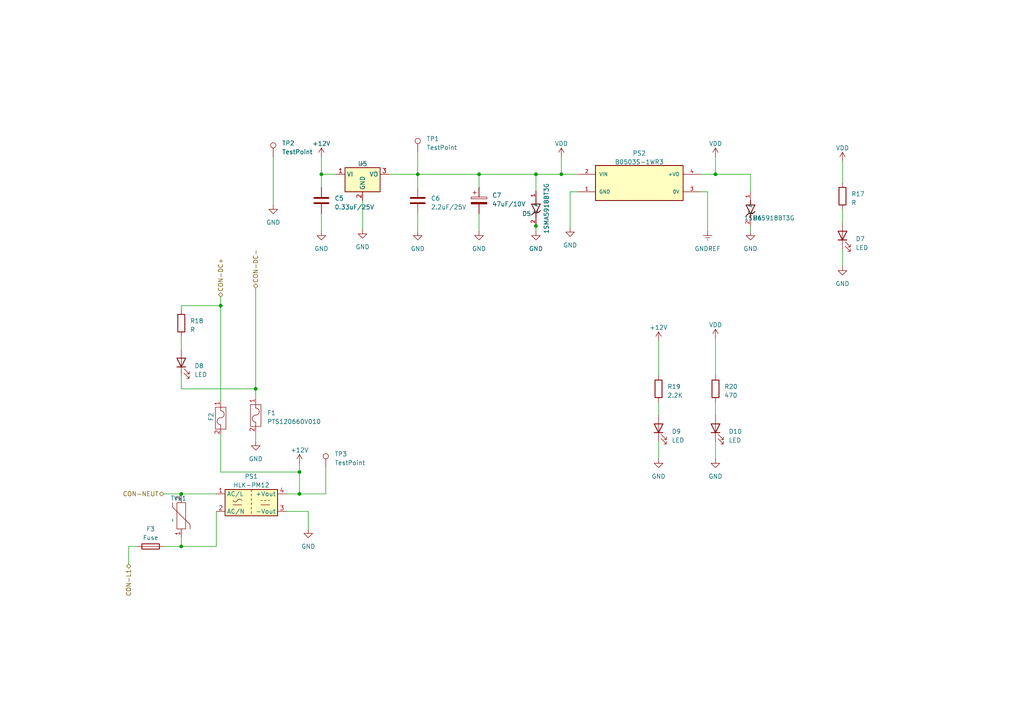
<source format=kicad_sch>
(kicad_sch (version 20230121) (generator eeschema)
  (paper "A4")
  (lib_symbols
    (symbol "1SMA5918BT3G:1SMA5918BT3G" (pin_names (offset 1.016))
      (property "Reference" "D6" (at 2.54 0.635 90))
      (property "Value" "1SMA5918BT3G" (at 2.54 -1.905 90))
      (symbol "1SMA5918BT3G_0_0"
        (polyline (pts (xy -2.54 0) (xy -1.27 0)) (stroke (width 0.254)))
        (polyline (pts (xy -1.27 -1.27) (xy 1.27 0)) (stroke (width 0.254)))
        (polyline (pts (xy -1.27 0) (xy -1.27 -1.27)) (stroke (width 0.254)))
        (polyline (pts (xy -1.27 1.27) (xy -1.27 0)) (stroke (width 0.254)))
        (polyline (pts (xy 0.635 1.27) (xy 1.27 0.635)) (stroke (width 0.254)))
        (polyline (pts (xy 1.27 -0.635) (xy 1.905 -1.27)) (stroke (width 0.254)))
        (polyline (pts (xy 1.27 0) (xy -1.27 1.27)) (stroke (width 0.254)))
        (polyline (pts (xy 1.27 0) (xy 1.27 -0.635)) (stroke (width 0.254)))
        (polyline (pts (xy 1.27 0.635) (xy 1.27 0)) (stroke (width 0.254)))
        (polyline (pts (xy 2.54 0) (xy 1.27 0)) (stroke (width 0.254)))
        (pin passive line (at -5.08 0 0) (length 2.54) (name "A") (number "1"))
        (pin passive line (at 5.08 0 180) (length 2.54) (name "C") (number "2"))
      )
    )
    (symbol "1SMA5918BT3G_1" (pin_names (offset 1.016))
      (property "Reference" "D5" (at 0.635 -2.54 90))
      (property "Value" "1SMA5918BT3G" (at -1.905 -2.54 90))
      (symbol "1SMA5918BT3G_1_0_0"
        (polyline (pts (xy -2.54 0) (xy -1.27 0)) (stroke (width 0.254)))
        (polyline (pts (xy -1.27 -1.27) (xy 1.27 0)) (stroke (width 0.254)))
        (polyline (pts (xy -1.27 0) (xy -1.27 -1.27)) (stroke (width 0.254)))
        (polyline (pts (xy -1.27 1.27) (xy -1.27 0)) (stroke (width 0.254)))
        (polyline (pts (xy 0.635 1.27) (xy 1.27 0.635)) (stroke (width 0.254)))
        (polyline (pts (xy 1.27 -0.635) (xy 1.905 -1.27)) (stroke (width 0.254)))
        (polyline (pts (xy 1.27 0) (xy -1.27 1.27)) (stroke (width 0.254)))
        (polyline (pts (xy 1.27 0) (xy 1.27 -0.635)) (stroke (width 0.254)))
        (polyline (pts (xy 1.27 0.635) (xy 1.27 0)) (stroke (width 0.254)))
        (polyline (pts (xy 2.54 0) (xy 1.27 0)) (stroke (width 0.254)))
        (pin passive line (at -5.08 0 0) (length 2.54) (name "A") (number "1"))
        (pin passive line (at 5.08 0 180) (length 2.54) (name "C") (number "2"))
      )
    )
    (symbol "B0503S-1WR3:B0503S-1WR3" (pin_names (offset 1.016))
      (property "Reference" "PS" (at -12.7 6.35 0))
      (property "Value" "B0503S-1WR3" (at -12.7 -7.62 0))
      (symbol "B0503S-1WR3_0_0"
        (rectangle (start -12.7 -5.08) (end 12.7 5.08) (stroke (width 0.254)) (fill (type background)))
        (pin power_in line (at -17.78 -2.54 0) (length 5.08) (name "GND") (number "1"))
        (pin input line (at -17.78 2.54 0) (length 5.08) (name "VIN") (number "2"))
        (pin passive line (at 17.78 -2.54 180) (length 5.08) (name "0V") (number "3"))
        (pin output line (at 17.78 2.54 180) (length 5.08) (name "+VO") (number "4"))
      )
    )
    (symbol "Connector:TestPoint" (pin_numbers hide) (pin_names (offset 0.762) hide)
      (property "Reference" "TP" (at 0 6.858 0))
      (property "Value" "TestPoint" (at 0 5.08 0))
      (symbol "TestPoint_0_1"
        (circle (center 0 3.302) (radius 0.762))
      )
      (symbol "TestPoint_1_1"
        (pin passive line (at 0 0 90) (length 2.54) (name "1") (number "1"))
      )
    )
    (symbol "Converter_ACDC:HLK-PM12"
      (property "Reference" "PS" (at 0 5.08 0))
      (property "Value" "HLK-PM12" (at 0 -5.08 0))
      (symbol "HLK-PM12_0_1"
        (rectangle (start -7.62 3.81) (end 7.62 -3.81) (stroke (width 0.254)) (fill (type background)))
        (arc (start -5.334 0.635) (mid -4.699 0.2495) (end -4.064 0.635))
        (arc (start -2.794 0.635) (mid -3.429 1.0072) (end -4.064 0.635))
        (polyline (pts (xy -5.334 -0.635) (xy -2.794 -0.635)))
        (polyline (pts (xy 0 -2.54) (xy 0 -3.175)))
        (polyline (pts (xy 0 -1.27) (xy 0 -1.905)))
        (polyline (pts (xy 0 0) (xy 0 -0.635)))
        (polyline (pts (xy 0 1.27) (xy 0 0.635)))
        (polyline (pts (xy 0 2.54) (xy 0 1.905)))
        (polyline (pts (xy 0 3.81) (xy 0 3.175)))
        (polyline (pts (xy 2.794 -0.635) (xy 5.334 -0.635)))
        (polyline (pts (xy 2.794 0.635) (xy 3.302 0.635)))
        (polyline (pts (xy 3.81 0.635) (xy 4.318 0.635)))
        (polyline (pts (xy 4.826 0.635) (xy 5.334 0.635)))
      )
      (symbol "HLK-PM12_1_1"
        (pin power_in line (at -10.16 2.54 0) (length 2.54) (name "AC/L") (number "1"))
        (pin power_in line (at -10.16 -2.54 0) (length 2.54) (name "AC/N") (number "2"))
        (pin power_out line (at 10.16 -2.54 180) (length 2.54) (name "-Vout") (number "3"))
        (pin power_out line (at 10.16 2.54 180) (length 2.54) (name "+Vout") (number "4"))
      )
    )
    (symbol "Device:C" (pin_numbers hide) (pin_names (offset 0.254))
      (property "Reference" "C" (at 0.635 2.54 0))
      (property "Value" "C" (at 0.635 -2.54 0))
      (symbol "C_0_1"
        (polyline (pts (xy -2.032 -0.762) (xy 2.032 -0.762)) (stroke (width 0.508)))
        (polyline (pts (xy -2.032 0.762) (xy 2.032 0.762)) (stroke (width 0.508)))
      )
      (symbol "C_1_1"
        (pin passive line (at 0 3.81 270) (length 2.794) (name "~") (number "1"))
        (pin passive line (at 0 -3.81 90) (length 2.794) (name "~") (number "2"))
      )
    )
    (symbol "Device:C_Polarized" (pin_numbers hide) (pin_names (offset 0.254))
      (property "Reference" "C" (at 0.635 2.54 0))
      (property "Value" "C_Polarized" (at 0.635 -2.54 0))
      (symbol "C_Polarized_0_1"
        (rectangle (start -2.286 0.508) (end 2.286 1.016))
        (polyline (pts (xy -1.778 2.286) (xy -0.762 2.286)))
        (polyline (pts (xy -1.27 2.794) (xy -1.27 1.778)))
        (rectangle (start 2.286 -0.508) (end -2.286 -1.016) (fill (type outline)))
      )
      (symbol "C_Polarized_1_1"
        (pin passive line (at 0 3.81 270) (length 2.794) (name "~") (number "1"))
        (pin passive line (at 0 -3.81 90) (length 2.794) (name "~") (number "2"))
      )
    )
    (symbol "Device:Fuse" (pin_numbers hide) (pin_names (offset 0))
      (property "Reference" "F" (at 2.032 0 90))
      (property "Value" "Fuse" (at -1.905 0 90))
      (symbol "Fuse_0_1"
        (rectangle (start -0.762 -2.54) (end 0.762 2.54) (stroke (width 0.254)))
        (polyline (pts (xy 0 2.54) (xy 0 -2.54)))
      )
      (symbol "Fuse_1_1"
        (pin passive line (at 0 3.81 270) (length 1.27) (name "~") (number "1"))
        (pin passive line (at 0 -3.81 90) (length 1.27) (name "~") (number "2"))
      )
    )
    (symbol "Device:LED" (pin_numbers hide) (pin_names (offset 1.016) hide)
      (property "Reference" "D" (at 0 2.54 0))
      (property "Value" "LED" (at 0 -2.54 0))
      (symbol "LED_0_1"
        (polyline (pts (xy -1.27 -1.27) (xy -1.27 1.27)) (stroke (width 0.254)))
        (polyline (pts (xy -1.27 0) (xy 1.27 0)))
        (polyline (pts (xy 1.27 -1.27) (xy 1.27 1.27) (xy -1.27 0) (xy 1.27 -1.27)) (stroke (width 0.254)))
        (polyline (pts (xy -3.048 -0.762) (xy -4.572 -2.286) (xy -3.81 -2.286) (xy -4.572 -2.286) (xy -4.572 -1.524)))
        (polyline (pts (xy -1.778 -0.762) (xy -3.302 -2.286) (xy -2.54 -2.286) (xy -3.302 -2.286) (xy -3.302 -1.524)))
      )
      (symbol "LED_1_1"
        (pin passive line (at -3.81 0 0) (length 2.54) (name "K") (number "1"))
        (pin passive line (at 3.81 0 180) (length 2.54) (name "A") (number "2"))
      )
    )
    (symbol "Device:R" (pin_numbers hide) (pin_names (offset 0))
      (property "Reference" "R" (at 2.032 0 90))
      (property "Value" "R" (at 0 0 90))
      (symbol "R_0_1"
        (rectangle (start -1.016 -2.54) (end 1.016 2.54) (stroke (width 0.254)))
      )
      (symbol "R_1_1"
        (pin passive line (at 0 3.81 270) (length 1.27) (name "~") (number "1"))
        (pin passive line (at 0 -3.81 90) (length 1.27) (name "~") (number "2"))
      )
    )
    (symbol "New_Library:NJM2885DL1-33-TE1"
      (property "Reference" "U" (at 0 0 0))
      (symbol "NJM2885DL1-33-TE1_0_1"
        (rectangle (start -4.826 -1.143) (end 5.334 -8.128) (stroke (width 0.254)) (fill (type background)))
      )
      (symbol "NJM2885DL1-33-TE1_1_1"
        (pin power_in line (at -7.366 -3.048 0) (length 2.54) (name "VI") (number "1"))
        (pin power_in line (at 0.254 -10.668 90) (length 2.54) (name "GND") (number "2"))
        (pin power_out line (at 7.874 -3.048 180) (length 2.54) (name "VO") (number "3"))
      )
    )
    (symbol "New_Library:P10V275"
      (property "Reference" "TVS1" (at 6.35 0.635 90))
      (property "Value" "~" (at 0 0 0))
      (symbol "P10V275_0_1"
        (polyline (pts (xy 5.08 0) (xy 3.81 0) (xy -1.27 -5.08) (xy -2.54 -5.08)))
        (polyline (pts (xy -2.54 -1.27) (xy -2.54 -3.81) (xy 5.08 -3.81) (xy 5.08 -1.27) (xy -2.54 -1.27)))
      )
      (symbol "P10V275_1_1"
        (pin bidirectional line (at -5.08 -2.54 0) (length 2.54) (name "") (number "1"))
        (pin bidirectional line (at 7.62 -2.54 180) (length 2.54) (name "") (number "2"))
      )
    )
    (symbol "New_Library:PTS120660V010"
      (property "Reference" "F" (at 0 0 90))
      (property "Value" "PTS120660V010" (at 5.588 1.016 90))
      (symbol "PTS120660V010_0_1"
        (polyline (pts (xy 2.54 -3.302) (xy 2.54 -1.778)))
        (polyline (pts (xy 2.54 2.286) (xy 2.54 3.81)))
        (rectangle (start 1.016 3.302) (end 4.064 -3.048))
        (arc (start 1.5222 -0.7638) (mid 1.8203 -1.4817) (end 2.5382 -1.7798))
        (arc (start 2.5382 0.2558) (mid 1.8203 -0.0423) (end 1.5222 -0.7602))
        (arc (start 2.5418 0.2522) (mid 3.2597 0.5503) (end 3.5578 1.2682))
        (arc (start 3.556 1.27) (mid 3.2578 1.9878) (end 2.54 2.286))
      )
      (symbol "PTS120660V010_1_1"
        (pin passive line (at 2.54 5.08 270) (length 1.27) (name "~") (number "1"))
        (pin passive line (at 2.54 -4.572 90) (length 1.27) (name "~") (number "2"))
      )
    )
    (symbol "power:+12V" (power) (pin_names (offset 0))
      (property "Value" "+12V" (at 0 3.556 0))
      (symbol "+12V_0_1"
        (polyline (pts (xy -0.762 1.27) (xy 0 2.54)))
        (polyline (pts (xy 0 0) (xy 0 2.54)))
        (polyline (pts (xy 0 2.54) (xy 0.762 1.27)))
      )
      (symbol "+12V_1_1"
        (pin power_in line (at 0 0 90) (length 0) hide (name "+12V") (number "1"))
      )
    )
    (symbol "power:GND" (power) (pin_names (offset 0))
      (property "Value" "GND" (at 0 -3.81 0))
      (symbol "GND_0_1"
        (polyline (pts (xy 0 0) (xy 0 -1.27) (xy 1.27 -1.27) (xy 0 -2.54) (xy -1.27 -1.27) (xy 0 -1.27)))
      )
      (symbol "GND_1_1"
        (pin power_in line (at 0 0 270) (length 0) hide (name "GND") (number "1"))
      )
    )
    (symbol "power:GNDREF" (power) (pin_names (offset 0))
      (property "Value" "GNDREF" (at 0 -3.81 0))
      (symbol "GNDREF_0_1"
        (polyline (pts (xy -0.635 -1.905) (xy 0.635 -1.905)))
        (polyline (pts (xy -0.127 -2.54) (xy 0.127 -2.54)))
        (polyline (pts (xy 0 -1.27) (xy 0 0)))
        (polyline (pts (xy 1.27 -1.27) (xy -1.27 -1.27)))
      )
      (symbol "GNDREF_1_1"
        (pin power_in line (at 0 0 270) (length 0) hide (name "GNDREF") (number "1"))
      )
    )
    (symbol "power:VDD" (power) (pin_names (offset 0))
      (property "Value" "VDD" (at 0 3.81 0))
      (symbol "VDD_0_1"
        (polyline (pts (xy -0.762 1.27) (xy 0 2.54)))
        (polyline (pts (xy 0 0) (xy 0 2.54)))
        (polyline (pts (xy 0 2.54) (xy 0.762 1.27)))
      )
      (symbol "VDD_1_1"
        (pin power_in line (at 0 0 90) (length 0) hide (name "VDD") (number "1"))
      )
    )
  )
  (junction (at 86.868 136.906))
  (junction (at 155.448 50.546))
  (junction (at 64.008 88.646))
  (junction (at 155.448 65.532))
  (junction (at 207.518 50.546))
  (junction (at 162.814 50.546))
  (junction (at 74.168 112.776))
  (junction (at 93.218 50.546))
  (junction (at 86.868 143.256))
  (junction (at 138.938 50.546))
  (junction (at 121.158 50.546))
  (junction (at 52.578 143.256))
  (junction (at 52.578 158.496))
  (wire (pts (xy 62.738 158.496) (xy 62.738 148.336)))
  (wire (pts (xy 121.158 44.196) (xy 121.158 50.546)))
  (wire (pts (xy 52.578 88.646) (xy 52.578 89.916)))
  (wire (pts (xy 93.218 50.546) (xy 93.218 54.356)))
  (wire (pts (xy 112.776 50.546) (xy 121.158 50.546)))
  (wire (pts (xy 244.348 72.136) (xy 244.348 77.216)))
  (wire (pts (xy 83.058 148.336) (xy 89.408 148.336)))
  (wire (pts (xy 244.348 46.736) (xy 244.348 53.086)))
  (wire (pts (xy 86.868 143.256) (xy 83.058 143.256)))
  (wire (pts (xy 94.488 135.636) (xy 94.488 143.256)))
  (wire (pts (xy 165.354 66.04) (xy 165.354 55.626)))
  (wire (pts (xy 162.814 50.546) (xy 167.64 50.546)))
  (wire (pts (xy 86.868 134.366) (xy 86.868 136.906)))
  (wire (pts (xy 52.578 158.496) (xy 62.738 158.496)))
  (wire (pts (xy 79.248 45.466) (xy 79.248 59.436)))
  (wire (pts (xy 165.354 55.626) (xy 167.64 55.626)))
  (wire (pts (xy 203.2 50.546) (xy 207.518 50.546)))
  (wire (pts (xy 121.158 50.546) (xy 138.938 50.546)))
  (wire (pts (xy 138.938 61.976) (xy 138.938 67.056)))
  (wire (pts (xy 52.578 155.956) (xy 52.578 158.496)))
  (wire (pts (xy 207.518 98.044) (xy 207.518 108.966)))
  (wire (pts (xy 138.938 50.546) (xy 155.448 50.546)))
  (wire (pts (xy 121.158 61.976) (xy 121.158 67.056)))
  (wire (pts (xy 74.168 112.776) (xy 52.578 112.776)))
  (wire (pts (xy 37.338 158.496) (xy 39.878 158.496)))
  (wire (pts (xy 217.678 55.626) (xy 217.678 50.546)))
  (wire (pts (xy 207.518 116.586) (xy 207.518 120.396)))
  (wire (pts (xy 74.168 83.566) (xy 74.168 112.776)))
  (wire (pts (xy 93.218 45.466) (xy 93.218 50.546)))
  (wire (pts (xy 191.008 128.016) (xy 191.008 133.096)))
  (wire (pts (xy 105.156 58.166) (xy 105.156 66.548)))
  (wire (pts (xy 121.158 50.546) (xy 121.158 54.356)))
  (wire (pts (xy 138.938 50.546) (xy 138.938 54.356)))
  (wire (pts (xy 205.232 67.056) (xy 205.232 55.626)))
  (wire (pts (xy 52.578 143.256) (xy 62.738 143.256)))
  (wire (pts (xy 93.218 50.546) (xy 97.536 50.546)))
  (wire (pts (xy 64.008 86.106) (xy 64.008 88.646)))
  (wire (pts (xy 155.448 65.532) (xy 155.448 64.77)))
  (wire (pts (xy 47.498 158.496) (xy 52.578 158.496)))
  (wire (pts (xy 155.448 50.546) (xy 162.814 50.546)))
  (wire (pts (xy 47.498 143.256) (xy 52.578 143.256)))
  (wire (pts (xy 217.678 65.786) (xy 217.678 67.056)))
  (wire (pts (xy 155.448 65.532) (xy 155.448 67.056)))
  (wire (pts (xy 207.518 50.546) (xy 217.678 50.546)))
  (wire (pts (xy 89.408 148.336) (xy 89.408 153.416)))
  (wire (pts (xy 93.218 61.976) (xy 93.218 67.056)))
  (wire (pts (xy 191.008 116.586) (xy 191.008 120.396)))
  (wire (pts (xy 207.518 128.016) (xy 207.518 133.096)))
  (wire (pts (xy 191.008 98.806) (xy 191.008 108.966)))
  (wire (pts (xy 52.578 112.776) (xy 52.578 108.966)))
  (wire (pts (xy 64.008 88.646) (xy 64.008 116.332)))
  (wire (pts (xy 64.008 125.984) (xy 64.008 136.906)))
  (wire (pts (xy 52.578 97.536) (xy 52.578 101.346)))
  (wire (pts (xy 74.168 125.222) (xy 74.168 128.016)))
  (wire (pts (xy 94.488 143.256) (xy 86.868 143.256)))
  (wire (pts (xy 162.814 45.466) (xy 162.814 50.546)))
  (wire (pts (xy 64.008 136.906) (xy 86.868 136.906)))
  (wire (pts (xy 207.518 45.466) (xy 207.518 50.546)))
  (wire (pts (xy 74.168 112.776) (xy 74.168 115.57)))
  (wire (pts (xy 37.338 163.576) (xy 37.338 158.496)))
  (wire (pts (xy 86.868 136.906) (xy 86.868 143.256)))
  (wire (pts (xy 205.232 55.626) (xy 203.2 55.626)))
  (wire (pts (xy 244.348 60.706) (xy 244.348 64.516)))
  (wire (pts (xy 155.448 50.546) (xy 155.448 55.372)))
  (wire (pts (xy 52.578 88.646) (xy 64.008 88.646)))
  (hierarchical_label "CON-DC+" (shape bidirectional) (at 64.008 86.106 90))
  (hierarchical_label "CON-L1" (shape bidirectional) (at 37.338 163.576 270))
  (hierarchical_label "CON-DC-" (shape bidirectional) (at 74.168 83.566 90))
  (hierarchical_label "CON-NEUT" (shape bidirectional) (at 47.498 143.256 180))
  (symbol (lib_id "Device:R") (at 244.348 56.896 0) (unit 1)
    (property "Reference" "R17" (at 246.888 56.261 0) (effects (justify left)))
    (property "Value" "R" (at 246.888 58.801 0) (effects (justify left)))
    (property "Footprint" "Diode_SMD:D_0805_2012Metric" (effects hide))
    (instances (project "RoomLink" (path "" (reference "R17") (unit 1))) (project "RoomLink" (path "" (reference "R39") (unit 1))))
  )
  (symbol (lib_id "power:GND") (at 165.354 66.04 0) (unit 1)
    (property "Reference" "#PWR029" (effects hide))
    (property "Value" "GND" (at 165.354 71.12 0))
    (instances (project "RoomLink" (path "" (reference "#PWR029") (unit 1))) (project "RoomLink" (path "" (reference "#PWR063") (unit 1))))
  )
  (symbol (lib_id "Device:Fuse") (at 43.688 158.496 90) (unit 1)
    (property "Reference" "F3" (at 43.688 153.416 90))
    (property "Value" "Fuse" (at 43.688 155.956 90))
    (property "Footprint" "Fuse:Fuseholder_Cylinder-5x20mm_Stelvio-Kontek_PTF78_Horizontal_Open" (effects hide))
  )
  (symbol (lib_id "Connector:TestPoint") (at 94.488 135.636 0) (unit 1)
    (property "Reference" "TP3" (at 97.028 131.699 0) (effects (justify left)))
    (property "Value" "TestPoint" (at 97.028 134.239 0) (effects (justify left)))
    (property "Footprint" "TestPoint:TestPoint_Loop_D2.60mm_Drill1.6mm_Beaded" (effects hide))
    (instances (project "RoomLink" (path "" (reference "TP3") (unit 1))) (project "RoomLink" (path "" (reference "TP2") (unit 1))))
  )
  (symbol (lib_id "power:GND") (at 155.448 67.056 0) (unit 1)
    (property "Reference" "#PWR028" (effects hide))
    (property "Value" "GND" (at 155.448 72.136 0))
    (instances (project "RoomLink" (path "" (reference "#PWR028") (unit 1))) (project "RoomLink" (path "" (reference "#PWR061") (unit 1))))
  )
  (symbol (lib_id "power:VDD") (at 207.518 98.044 0) (unit 1)
    (property "Reference" "#PWR022" (effects hide))
    (property "Value" "VDD" (at 207.518 94.234 0))
    (instances (project "RoomLink" (path "" (reference "#PWR022") (unit 1))) (project "RoomLink" (path "" (reference "#PWR068") (unit 1))))
  )
  (symbol (lib_id "power:VDD") (at 162.814 45.466 0) (unit 1)
    (property "Reference" "#PWR062" (effects hide))
    (property "Value" "VDD" (at 162.814 41.656 0))
  )
  (symbol (lib_id "Connector:TestPoint") (at 79.248 45.466 0) (unit 1)
    (property "Reference" "TP2" (at 81.788 41.529 0) (effects (justify left)))
    (property "Value" "TestPoint" (at 81.788 44.069 0) (effects (justify left)))
    (property "Footprint" "TestPoint:TestPoint_Loop_D2.60mm_Drill1.6mm_Beaded" (effects hide))
    (instances (project "RoomLink" (path "" (reference "TP2") (unit 1))) (project "RoomLink" (path "" (reference "TP1") (unit 1))))
  )
  (symbol (lib_id "Device:LED") (at 52.578 105.156 90) (unit 1)
    (property "Reference" "D8" (at 56.388 106.1085 90) (effects (justify right)))
    (property "Value" "LED" (at 56.388 108.6485 90) (effects (justify right)))
    (property "Footprint" "Diode_SMD:D_0805_2012Metric" (effects hide))
    (instances (project "RoomLink" (path "" (reference "D8") (unit 1))) (project "RoomLink" (path "" (reference "D14") (unit 1))))
  )
  (symbol (lib_id "power:GND") (at 89.408 153.416 0) (unit 1)
    (property "Reference" "#PWR036" (effects hide))
    (property "Value" "GND" (at 89.408 158.496 0))
    (instances (project "RoomLink" (path "" (reference "#PWR036") (unit 1))) (project "RoomLink" (path "" (reference "#PWR055") (unit 1))))
  )
  (symbol (lib_id "New_Library:P10V275") (at 50.038 150.876 90) (unit 1)
    (property "Reference" "TVS1" (at 49.403 144.526 90) (effects (justify right)))
    (property "Value" "~" (at 50.038 150.876 0))
    (property "Footprint" "Varistor:RV_Disc_D21.5mm_W7.5mm_P10mm" (effects hide))
  )
  (symbol (lib_id "Device:C_Polarized") (at 138.938 58.166 0) (unit 1)
    (property "Reference" "C7" (at 142.748 56.642 0) (effects (justify left)))
    (property "Value" "47uF/10V" (at 142.748 59.182 0) (effects (justify left)))
    (property "Footprint" "Capacitor_SMD:C_0805_2012Metric" (effects hide))
    (instances (project "RoomLink" (path "" (reference "C7") (unit 1))) (project "RoomLink" (path "" (reference "C9") (unit 1))))
  )
  (symbol (lib_id "Device:LED") (at 207.518 124.206 90) (unit 1)
    (property "Reference" "D10" (at 211.328 125.1585 90) (effects (justify right)))
    (property "Value" "LED" (at 211.328 127.6985 90) (effects (justify right)))
    (property "Footprint" "Diode_SMD:D_0805_2012Metric" (effects hide))
    (instances (project "RoomLink" (path "" (reference "D10") (unit 1))) (project "RoomLink" (path "" (reference "D17") (unit 1))))
  )
  (symbol (lib_id "1SMA5918BT3G:1SMA5918BT3G") (at 217.678 60.706 270) (unit 1)
    (property "Reference" "D6" (at 218.313 63.246 90) (effects (justify left)))
    (property "Value" "1SMA5918BT3G" (at 215.773 63.246 90) (effects (justify left)))
    (property "Footprint" "Diode_SMD:D_0805_2012Metric" (effects hide))
    (property "PARTREV" "10" (effects hide))
    (property "STANDARD" "IPC-7351B" (effects hide))
    (property "MAXIMUM_PACKAGE_HEIGHT" "2.20mm" (effects hide))
    (property "MANUFACTURER" "ON Semiconductor" (effects hide))
    (instances (project "RoomLink" (path "" (reference "D6") (unit 1))) (project "RoomLink" (path "" (reference "D18") (unit 1))))
  )
  (symbol (lib_id "power:GND") (at 105.156 66.548 0) (unit 1)
    (property "Reference" "#PWR061" (effects hide))
    (property "Value" "GND" (at 105.156 71.628 0))
    (instances (project "RoomLink" (path "" (reference "#PWR061") (unit 1))) (project "RoomLink" (path "" (reference "#PWR058") (unit 1))))
  )
  (symbol (lib_id "Device:R") (at 52.578 93.726 0) (unit 1)
    (property "Reference" "R18" (at 55.118 93.091 0) (effects (justify left)))
    (property "Value" "R" (at 55.118 95.631 0) (effects (justify left)))
    (property "Footprint" "Diode_SMD:D_0805_2012Metric" (effects hide))
    (instances (project "RoomLink" (path "" (reference "R18") (unit 1))) (project "RoomLink" (path "" (reference "R36") (unit 1))))
  )
  (symbol (lib_id "power:VDD") (at 207.518 45.466 0) (unit 1)
    (property "Reference" "#PWR030" (effects hide))
    (property "Value" "VDD" (at 207.518 41.656 0))
    (instances (project "RoomLink" (path "" (reference "#PWR030") (unit 1))) (project "RoomLink" (path "" (reference "#PWR067") (unit 1))))
  )
  (symbol (lib_id "B0503S-1WR3:B0503S-1WR3") (at 185.42 53.086 0) (unit 1)
    (property "Reference" "PS2" (at 185.42 44.45 0))
    (property "Value" "B0503S-1WR3" (at 185.42 46.99 0))
    (property "Footprint" "CONV_B0503S-1WR3" (effects hide))
    (property "PARTREV" "2018.06.29-A/2" (effects hide))
    (property "STANDARD" "Manufacturer Recommendations" (effects hide))
    (property "MAXIMUM_PACKAGE_HEIGHT" "10.41 mm" (effects hide))
    (property "MANUFACTURER" "Mornsun" (effects hide))
  )
  (symbol (lib_id "power:+12V") (at 191.008 98.806 0) (unit 1)
    (property "Reference" "#PWR039" (effects hide))
    (property "Value" "+12V" (at 191.008 94.996 0))
    (instances (project "RoomLink" (path "" (reference "#PWR039") (unit 1))) (project "RoomLink" (path "" (reference "#PWR064") (unit 1))))
  )
  (symbol (lib_id "power:GND") (at 79.248 59.436 0) (unit 1)
    (property "Reference" "#PWR031" (effects hide))
    (property "Value" "GND" (at 79.248 64.516 0))
    (instances (project "RoomLink" (path "" (reference "#PWR031") (unit 1))) (project "RoomLink" (path "" (reference "#PWR053") (unit 1))))
  )
  (symbol (lib_id "Connector:TestPoint") (at 121.158 44.196 0) (unit 1)
    (property "Reference" "TP1" (at 123.698 40.259 0) (effects (justify left)))
    (property "Value" "TestPoint" (at 123.698 42.799 0) (effects (justify left)))
    (property "Footprint" "TestPoint:TestPoint_Loop_D2.60mm_Drill1.6mm_Beaded" (effects hide))
    (instances (project "RoomLink" (path "" (reference "TP1") (unit 1))) (project "RoomLink" (path "" (reference "TP3") (unit 1))))
  )
  (symbol (lib_id "power:GND") (at 207.518 133.096 0) (unit 1)
    (property "Reference" "#PWR040" (effects hide))
    (property "Value" "GND" (at 207.518 138.176 0))
    (instances (project "RoomLink" (path "" (reference "#PWR040") (unit 1))) (project "RoomLink" (path "" (reference "#PWR069") (unit 1))))
  )
  (symbol (lib_id "New_Library:PTS120660V010") (at 71.628 120.65 0) (unit 1)
    (property "Reference" "F1" (at 77.47 119.761 0) (effects (justify left)))
    (property "Value" "PTS120660V010" (at 77.47 122.301 0) (effects (justify left)))
    (property "Footprint" "Fuse:Fuse_1206_3216Metric" (effects hide))
    (instances (project "RoomLink" (path "" (reference "F1") (unit 1))) (project "RoomLink" (path "" (reference "F5") (unit 1))))
  )
  (symbol (lib_id "Device:C") (at 93.218 58.166 0) (unit 1)
    (property "Reference" "C5" (at 97.028 57.531 0) (effects (justify left)))
    (property "Value" "0.33uF/25V" (at 97.028 60.071 0) (effects (justify left)))
    (property "Footprint" "Capacitor_SMD:C_0805_2012Metric" (effects hide))
    (instances (project "RoomLink" (path "" (reference "C5") (unit 1))) (project "RoomLink" (path "" (reference "C7") (unit 1))))
  )
  (symbol (lib_id "power:+12V") (at 93.218 45.466 0) (unit 1)
    (property "Reference" "#PWR021" (effects hide))
    (property "Value" "+12V" (at 93.218 41.656 0))
    (instances (project "RoomLink" (path "" (reference "#PWR021") (unit 1))) (project "RoomLink" (path "" (reference "#PWR056") (unit 1))))
  )
  (symbol (lib_id "Device:C") (at 121.158 58.166 0) (unit 1)
    (property "Reference" "C6" (at 124.968 57.531 0) (effects (justify left)))
    (property "Value" "2.2uF/25V" (at 124.968 60.071 0) (effects (justify left)))
    (property "Footprint" "Capacitor_SMD:C_0805_2012Metric" (effects hide))
    (instances (project "RoomLink" (path "" (reference "C6") (unit 1))) (project "RoomLink" (path "" (reference "C8") (unit 1))))
  )
  (symbol (lib_id "power:GNDREF") (at 205.232 67.056 0) (unit 1)
    (property "Reference" "#PWR024" (effects hide))
    (property "Value" "GNDREF" (at 205.232 72.136 0))
    (instances (project "RoomLink" (path "" (reference "#PWR024") (unit 1))) (project "RoomLink" (path "" (reference "#PWR066") (unit 1))))
  )
  (symbol (lib_id "power:+12V") (at 86.868 134.366 0) (unit 1)
    (property "Reference" "#PWR035" (effects hide))
    (property "Value" "+12V" (at 86.868 130.556 0))
    (instances (project "RoomLink" (path "" (reference "#PWR035") (unit 1))) (project "RoomLink" (path "" (reference "#PWR054") (unit 1))))
  )
  (symbol (lib_id "Converter_ACDC:HLK-PM12") (at 72.898 145.796 0) (unit 1)
    (property "Reference" "PS1" (at 72.898 138.176 0))
    (property "Value" "HLK-PM12" (at 72.898 140.716 0))
    (property "Footprint" "Converter_ACDC:Converter_ACDC_HiLink_HLK-PMxx" (effects hide))
    (property "Datasheet" "http://www.hlktech.net/product_detail.php?ProId=56" (effects hide))
  )
  (symbol (lib_id "power:GND") (at 74.168 128.016 0) (unit 1)
    (property "Reference" "#PWR034" (effects hide))
    (property "Value" "GND" (at 74.168 133.096 0))
    (instances (project "RoomLink" (path "" (reference "#PWR034") (unit 1))) (project "RoomLink" (path "" (reference "#PWR052") (unit 1))))
  )
  (symbol (lib_name "1SMA5918BT3G_1") (lib_id "1SMA5918BT3G:1SMA5918BT3G") (at 155.448 60.452 270) (unit 1)
    (property "Reference" "D5" (at 151.384 61.976 90) (effects (justify left)))
    (property "Value" "1SMA5918BT3G" (at 158.496 53.086 0) (effects (justify left)))
    (property "Footprint" "Diode_SMD:D_0805_2012Metric" (effects hide))
    (property "PARTREV" "10" (effects hide))
    (property "STANDARD" "IPC-7351B" (effects hide))
    (property "MAXIMUM_PACKAGE_HEIGHT" "2.20mm" (effects hide))
    (property "MANUFACTURER" "ON Semiconductor" (effects hide))
    (instances (project "RoomLink" (path "" (reference "D5") (unit 1))) (project "RoomLink" (path "" (reference "D15") (unit 1))))
  )
  (symbol (lib_id "power:GND") (at 93.218 67.056 0) (unit 1)
    (property "Reference" "#PWR025" (effects hide))
    (property "Value" "GND" (at 93.218 72.136 0))
    (instances (project "RoomLink" (path "" (reference "#PWR025") (unit 1))) (project "RoomLink" (path "" (reference "#PWR057") (unit 1))))
  )
  (symbol (lib_id "Device:R") (at 207.518 112.776 0) (unit 1)
    (property "Reference" "R20" (at 210.058 112.141 0) (effects (justify left)))
    (property "Value" "470" (at 210.058 114.681 0) (effects (justify left)))
    (property "Footprint" "Diode_SMD:D_0805_2012Metric" (effects hide))
    (instances (project "RoomLink" (path "" (reference "R20") (unit 1))) (project "RoomLink" (path "" (reference "R38") (unit 1))))
  )
  (symbol (lib_id "Device:LED") (at 191.008 124.206 90) (unit 1)
    (property "Reference" "D9" (at 194.818 125.1585 90) (effects (justify right)))
    (property "Value" "LED" (at 194.818 127.6985 90) (effects (justify right)))
    (property "Footprint" "Diode_SMD:D_0805_2012Metric" (effects hide))
    (instances (project "RoomLink" (path "" (reference "D9") (unit 1))) (project "RoomLink" (path "" (reference "D16") (unit 1))))
  )
  (symbol (lib_id "Device:R") (at 191.008 112.776 0) (unit 1)
    (property "Reference" "R19" (at 193.548 112.141 0) (effects (justify left)))
    (property "Value" "2.2K" (at 193.548 114.681 0) (effects (justify left)))
    (property "Footprint" "Diode_SMD:D_0805_2012Metric" (effects hide))
    (instances (project "RoomLink" (path "" (reference "R19") (unit 1))) (project "RoomLink" (path "" (reference "R37") (unit 1))))
  )
  (symbol (lib_id "New_Library:NJM2885DL1-33-TE1") (at 104.902 47.498 0) (unit 1)
    (property "Reference" "U5" (at 105.156 47.498 0))
    (property "Value" "~" (at 104.902 47.498 0))
    (property "Footprint" "3.3:DPAK228P968X238-4N" (effects hide))
    (instances (project "RoomLink" (path "" (reference "U5") (unit 1))) (project "RoomLink" (path "" (reference "U16") (unit 1))))
  )
  (symbol (lib_id "power:GND") (at 121.158 67.056 0) (unit 1)
    (property "Reference" "#PWR026" (effects hide))
    (property "Value" "GND" (at 121.158 72.136 0))
    (instances (project "RoomLink" (path "" (reference "#PWR026") (unit 1))) (project "RoomLink" (path "" (reference "#PWR059") (unit 1))))
  )
  (symbol (lib_id "power:GND") (at 138.938 67.056 0) (unit 1)
    (property "Reference" "#PWR027" (effects hide))
    (property "Value" "GND" (at 138.938 72.136 0))
    (instances (project "RoomLink" (path "" (reference "#PWR027") (unit 1))) (project "RoomLink" (path "" (reference "#PWR060") (unit 1))))
  )
  (symbol (lib_id "power:GND") (at 217.678 67.056 0) (unit 1)
    (property "Reference" "#PWR023" (effects hide))
    (property "Value" "GND" (at 217.678 72.136 0))
    (instances (project "RoomLink" (path "" (reference "#PWR023") (unit 1))) (project "RoomLink" (path "" (reference "#PWR070") (unit 1))))
  )
  (symbol (lib_id "Device:LED") (at 244.348 68.326 90) (unit 1)
    (property "Reference" "D7" (at 248.158 69.2785 90) (effects (justify right)))
    (property "Value" "LED" (at 248.158 71.8185 90) (effects (justify right)))
    (property "Footprint" "Diode_SMD:D_0805_2012Metric" (effects hide))
    (instances (project "RoomLink" (path "" (reference "D7") (unit 1))) (project "RoomLink" (path "" (reference "D19") (unit 1))))
  )
  (symbol (lib_id "power:GND") (at 244.348 77.216 0) (unit 1)
    (property "Reference" "#PWR033" (effects hide))
    (property "Value" "GND" (at 244.348 82.296 0))
    (instances (project "RoomLink" (path "" (reference "#PWR033") (unit 1))) (project "RoomLink" (path "" (reference "#PWR072") (unit 1))))
  )
  (symbol (lib_id "New_Library:PTS120660V010") (at 61.468 121.412 0) (unit 1)
    (property "Reference" "F2" (at 61.214 122.174 90) (effects (justify left)))
    (property "Value" "PTS120660V010" (effects hide))
    (property "Footprint" "Fuse:Fuse_1206_3216Metric" (effects hide))
    (instances (project "RoomLink" (path "" (reference "F2") (unit 1))) (project "RoomLink" (path "" (reference "F4") (unit 1))))
  )
  (symbol (lib_id "power:GND") (at 191.008 133.096 0) (unit 1)
    (property "Reference" "#PWR038" (effects hide))
    (property "Value" "GND" (at 191.008 138.176 0))
    (instances (project "RoomLink" (path "" (reference "#PWR038") (unit 1))) (project "RoomLink" (path "" (reference "#PWR065") (unit 1))))
  )
  (symbol (lib_id "power:VDD") (at 244.348 46.736 0) (unit 1)
    (property "Reference" "#PWR032" (effects hide))
    (property "Value" "VDD" (at 244.348 42.926 0))
    (instances (project "RoomLink" (path "" (reference "#PWR032") (unit 1))) (project "RoomLink" (path "" (reference "#PWR071") (unit 1))))
  )
)
</source>
